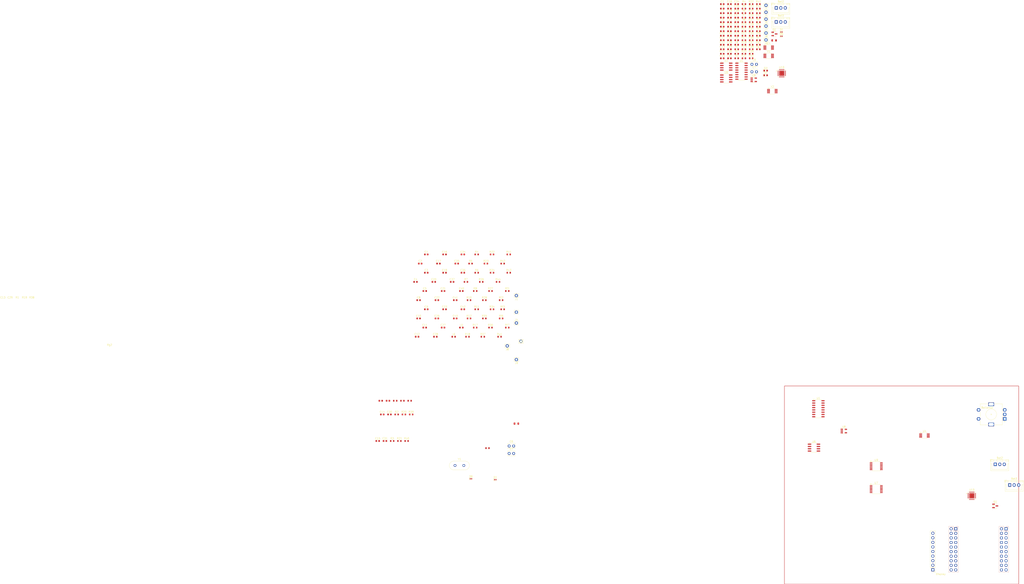
<source format=kicad_pcb>
(kicad_pcb (version 20241229) (generator "pcbnew") (generator_version "9.0")
  (layers (0 "F.Cu" signal) (2 "B.Cu" signal) (13 "F.Paste" user) (15 "B.Paste" user) (5 "F.SilkS" user "F.Silkscreen") (7 "B.SilkS" user "B.Silkscreen") (1 "F.Mask" user) (3 "B.Mask" user) (25 "Edge.Cuts" user))
  (net 0 "")
  (net 1 "Net-(Rf6-Pad2)")
  (net 2 "/VRev2.5")
  (net 3 "Net-(U9-VINR)")
  (net 4 "Net-(U6-LOut)")
  (net 5 "Net-(D6-K)")
  (net 6 "GND")
  (net 7 "+3.3V")
  (net 8 "Net-(U4-XA)")
  (net 9 "Net-(U4-XB)")
  (net 10 "/SCL")
  (net 11 "/SDA")
  (net 12 "Net-(U4-CLK2)")
  (net 13 "Net-(U4-CLK1)")
  (net 14 "Net-(U4-CLK0)")
  (net 15 "Net-(C37-Pad1)")
  (net 16 "Net-(U2A-+)")
  (net 17 "+3.3Vfiltered")
  (net 18 "Net-(U3-D33)")
  (net 19 "Net-(U1-S0)")
  (net 20 "Net-(U2A--)")
  (net 21 "Net-(U1-1B3)")
  (net 22 "Net-(U10-VBATM)")
  (net 23 "Net-(Bat2-Pin_2)")
  (net 24 "Net-(C16-Pad1)")
  (net 25 "Net-(J4-Pin_1)")
  (net 26 "Net-(C36-Pad1)")
  (net 27 "Net-(U10-DM)")
  (net 28 "Net-(U10-DP)")
  (net 30 "Net-(U10-NTC)")
  (net 31 "Net-(U10-BAT_STAT)")
  (net 32 "Net-(U10-LED)")
  (net 34 "Net-(U10-GND)")
  (net 35 "Net-(U10-VIN_OVSET)")
  (net 37 "Net-(U10-ISET)")
  (net 38 "Net-(U10-EN)")
  (net 39 "Net-(U10-BST)")
  (net 40 "Net-(U10-LX-Pad15)")
  (net 41 "Net-(C35-Pad1)")
  (net 42 "+5V")
  (net 43 "+5Vfiltered")
  (net 44 "Net-(U9-LRCK)")
  (net 45 "/I2S1_LRCK")
  (net 46 "Net-(U6-RCLK)")
  (net 47 "Net-(D3-A)")
  (net 48 "Net-(Q1-B)")
  (net 49 "Net-(Q1-C)")
  (net 50 "Net-(R27-Pad2)")
  (net 51 "Net-(R28-Pad2)")
  (net 52 "Net-(Rf7-Pad2)")
  (net 53 "Net-(U1-1B2)")
  (net 54 "Net-(J2-CC2)")
  (net 55 "Net-(J9-Pin_1)")
  (net 56 "3.3V")
  (net 57 "SCK")
  (net 58 "MOSI")
  (net 59 "RST")
  (net 60 "DC")
  (net 61 "CS")
  (net 62 "CS-TF")
  (net 63 "OUT")
  (net 64 "Net-(U6-DClk)")
  (net 68 "Net-(D1-K)")
  (net 69 "Earth")
  (net 70 "Net-(U6-AMI)")
  (net 71 "Net-(U9-BCK)")
  (net 72 "/I2S1_BCK")
  (net 73 "Net-(C12-Pad1)")
  (net 74 "Net-(U2B--)")
  (net 75 "Net-(U1-1B4)")
  (net 76 "GPIO06")
  (net 77 "GPIO07")
  (net 78 "GPIO08")
  (net 79 "GPIO15")
  (net 80 "GPIO02")
  (net 81 "5V")
  (net 82 "GPIO00")
  (net 83 "GPIO04")
  (net 84 "GPIO16")
  (net 85 "GPIO12")
  (net 86 "GPIO17")
  (net 87 "GPIO32")
  (net 88 "SDA")
  (net 89 "GPIO25")
  (net 90 "SCL")
  (net 91 "GPIO27")
  (net 92 "GPIO03")
  (net 93 "GPIO01")
  (net 94 "Net-(C42-Pad1)")
  (net 95 "GPIO10")
  (net 96 "GPIO11")
  (net 97 "GPIO09")
  (net 98 "NC")
  (net 99 "GPIO14")
  (net 100 "GPIO34")
  (net 101 "GPIO33")
  (net 102 "GPIO35")
  (net 103 "GPIO39")
  (net 104 "GPIO36")
  (net 105 "Net-(U1-1A)")
  (net 106 "Net-(J2-SHIELD)")
  (net 107 "Net-(J8-Pin_1)")
  (net 108 "Net-(U7-LRCK)")
  (net 109 "/I2S0_LRCK")
  (net 110 "Net-(J7-Pin_1)")
  (net 111 "Net-(U1-S1)")
  (net 112 "Net-(U1-1B1)")
  (net 113 "Net-(U7-SCKI)")
  (net 114 "Net-(U9-DOUT)")
  (net 115 "/I2S1_DOUT")
  (net 116 "Net-(U2B-+)")
  (net 117 "Net-(C15-Pad1)")
  (net 118 "Net-(U7-BCK)")
  (net 119 "/I2S0_BCK")
  (net 120 "Net-(U7-VINR)")
  (net 121 "Net-(D4-A)")
  (net 122 "Net-(U9-VINL)")
  (net 123 "Net-(U6-ROut)")
  (net 124 "Net-(J2-CC1)")
  (net 126 "Net-(U7-VINL)")
  (net 127 "Net-(U7-DOUT)")
  (net 128 "/I2S0_DOUT")
  (footprint "Capacitor_SMD:C_0603_1608Metric" (layer "F.Cu") (at 63.01 -172.48)
    (property "Reference" "C23")
    (property "Value" "100n")
  )
  (footprint "Resistor_SMD:R_0603_1608Metric" (layer "F.Cu") (at -71.305 59.12)
    (property "Reference" "Rg2")
    (property "Value" "604")
  )
  (footprint "Connector_Pin:Pin_D0.9mm_L10.0mm_W2.4mm_FlatFork" (layer "F.Cu") (at -55.26 -16.4)
    (property "Reference" "J4")
    (property "Value" "+5Vfiltered")
  )
  (footprint "Resistor_SMD:R_0603_1608Metric" (layer "F.Cu") (at 79.05 -167.46)
    (property "Reference" "Rf7")
    (property "Value" "604")
  )
  (footprint "Resistor_SMD:R_0603_1608Metric" (layer "F.Cu") (at 71.03 -167.46)
    (property "Reference" "R17")
    (property "Value" "4.7kΩ")
  )
  (footprint "Capacitor_THT:C_Disc_D3.8mm_W2.6mm_P2.50mm" (layer "F.Cu") (at 75.47 -154.09)
    (property "Reference" "C6")
    (property "Value" "1.2n")
  )
  (footprint "Diode_SMD:D_SOD-882D" (layer "F.Cu") (at 91.885 -169.685)
    (property "Reference" "D6")
    (property "Value" "PESD5V0L1ULD")
  )
  (footprint "Resistor_SMD:R_0603_1608Metric" (layer "F.Cu") (at -59.49 -38.32)
    (property "Reference" "R43")
    (property "Value" "75k")
  )
  (footprint "Capacitor_SMD:C_0603_1608Metric" (layer "F.Cu") (at 59 -187.54)
    (property "Reference" "C1")
    (property "Value" "100p")
  )
  (footprint "Inductor_SMD:L_0603_1608Metric" (layer "F.Cu") (at 67.02 -167.46)
    (property "Reference" "L5")
    (property "Value" "Ferrite_perl")
  )
  (footprint "Resistor_SMD:R_0603_1608Metric" (layer "F.Cu") (at 75.04 -187.54)
    (property "Reference" "R22")
    (property "Value" "22")
  )
  (footprint "Diode_SMD:D_SOD-882D" (layer "F.Cu") (at -66.975 76.64)
    (property "Reference" "D1")
    (property "Value" "PESD5V0L1ULD")
  )
  (footprint "Capacitor_SMD:C_0603_1608Metric" (layer "F.Cu") (at 63.01 -159.93)
    (property "Reference" "C30")
    (property "Value" "100n")
  )
  (footprint "Resistor_SMD:R_0603_1608Metric" (layer "F.Cu") (at -69.61 -28.16)
    (property "Reference" "R27")
    (property "Value" "22")
  )
  (footprint "Connector_JST:JST_XH_B3B-XH-A_1x03_P2.50mm_Vertical" (layer "F.Cu") (at 88.98 -177.62)
    (property "Reference" "Bat3")
    (property "Value" "JST-XH")
  )
  (footprint "Capacitor_SMD:C_0603_1608Metric" (layer "F.Cu") (at 63.01 -182.52)
    (property "Reference" "C18")
    (property "Value" "4.7u")
  )
  (footprint "Resistor_SMD:R_0603_1608Metric" (layer "F.Cu") (at 79.05 -185.03)
    (property "Reference" "R42")
    (property "Value" "120K")
  )
  (footprint "Capacitor_SMD:C_0603_1608Metric" (layer "F.Cu") (at 63.01 -167.46)
    (property "Reference" "C27")
    (property "Value" "10u")
  )
  (footprint "Resistor_SMD:R_0603_1608Metric" (layer "F.Cu") (at -63.745 -23.08)
    (property "Reference" "Rf2")
    (property "Value" "47")
  )
  (footprint "Capacitor_SMD:C_0603_1608Metric" (layer "F.Cu") (at -84.965 -38.32)
    (property "Reference" "C36")
    (property "Value" "10u")
  )
  (footprint "Resistor_SMD:R_0603_1608Metric" (layer "F.Cu") (at 79.05 -177.5)
    (property "Reference" "Rf1")
    (property "Value" "33")
  )
  (footprint "Resistor_SMD:R_0603_1608Metric" (layer "F.Cu") (at -60.315 -28.16)
    (property "Reference" "Rf1")
    (property "Value" "33")
  )
  (footprint "Resistor_SMD:R_0603_1608Metric" (layer "F.Cu") (at -60.34 -7.84)
    (property "Reference" "Rf7")
    (property "Value" "604")
  )
  (footprint "Connector_Pin:Pin_D0.9mm_L10.0mm_W2.4mm_FlatFork" (layer "F.Cu") (at -55.26 9.94)
    (property "Reference" "J9")
    (property "Value" "RF_In")
  )
  (footprint "Capacitor_SMD:C_0603_1608Metric" (layer "F.Cu") (at -95.975 -7.84)
    (property "Reference" "C27")
    (property "Value" "10u")
  )
  (footprint "Capacitor_SMD:C_0603_1608Metric" (layer "F.Cu") (at -95.125 -48.48)
    (property "Reference" "C16")
    (property "Value" "4.7u")
  )
  (footprint "Capacitor_SMD:C_0603_1608Metric" (layer "F.Cu") (at 59 -169.97)
    (property "Reference" "C10")
    (property "Value" "2.2u")
  )
  (footprint "Capacitor_SMD:C_0603_1608Metric" (layer "F.Cu") (at 67.02 -172.48)
    (property "Reference" "C42")
    (property "Value" "100n")
  )
  (footprint "Resistor_SMD:R_0603_1608Metric" (layer "F.Cu") (at 79.05 -164.95)
    (property "Reference" "Rg1")
    (property "Value" "604")
  )
  (footprint "Resistor_SMD:R_0603_1608Metric" (layer "F.Cu") (at 71.03 -169.97)
    (property "Reference" "R12")
    (property "Value" "1k")
  )
  (footprint "Package_DFN_QFN:QFN-24-1EP_4x4mm_P0.5mm_EP2.7x2.7mm" (layer "F.Cu") (at 197.49 85.5625)
    (property "Reference" "U10")
    (property "Value" "IP2326")
  )
  (footprint "Package_SO:MSOP-10_3x3mm_P0.5mm" (layer "F.Cu") (at 84.76 -163.365)
    (property "Reference" "U4")
    (property "Value" "Si5351A-B-GT")
  )
  (footprint "Resistor_SMD:R_0603_1608Metric" (layer "F.Cu") (at 79.05 -172.48)
    (property "Reference" "Rf3")
    (property "Value" "47")
  )
  (footprint "Connector_Pin:Pin_D0.9mm_L10.0mm_W2.4mm_FlatFork" (layer "F.Cu") (at -55.26 -10.38)
    (property "Reference" "J5")
    (property "Value" "+5V")
  )
  (footprint "Capacitor_SMD:C_0603_1608Metric" (layer "F.Cu") (at -100.23 -2.76)
    (property "Reference" "C28")
    (property "Value" "100n")
  )
  (footprint "Capacitor_SMD:C_0603_1608Metric" (layer "F.Cu") (at -109.54 -12.92)
    (property "Reference" "C10")
    (property "Value" "2.2u")
  )
  (footprint "Resistor_SMD:R_0603_1608Metric" (layer "F.Cu") (at -78.145 -7.84)
    (property "Reference" "R17")
    (property "Value" "4.7kΩ")
  )
  (footprint "Resistor_SMD:R_0603_1608Metric" (layer "F.Cu") (at -117.69 40.42)
    (property "Reference" "R20")
    (property "Value" "1k")
  )
  (footprint "Capacitor_SMD:C_0603_1608Metric" (layer "F.Cu") (at 63.01 -174.99)
    (property "Reference" "C22")
    (property "Value" "22p")
  )
  (footprint "Resistor_SMD:R_0603_1608Metric" (layer "F.Cu") (at -74.755 -33.24)
    (property "Reference" "R26")
    (property "Value" "100k")
  )
  (footprint "Connector_Pin:Pin_D0.9mm_L10.0mm_W2.4mm_FlatFork" (layer "F.Cu") (at 83.28 -175.32)
    (property "Reference" "J7")
    (property "Value" "+3.3Vfiltered")
  )
  (footprint "Capacitor_SMD:C_0603_1608Metric" (layer "F.Cu") (at -126.535 32.8)
    (property "Reference" "C29")
    (property "Value" "10u")
  )
  (footprint "Capacitor_SMD:C_0603_1608Metric" (layer "F.Cu") (at 67.02 -185.03)
    (property "Reference" "C35")
    (property "Value" "100n")
  )
  (footprint "Resistor_SMD:R_0603_1608Metric" (layer "F.Cu") (at -72.175 -43.4)
    (property "Reference" "R23")
    (property "Value" "22")
  )
  (footprint "Resistor_SMD:R_0603_1608Metric" (layer "F.Cu") (at 75.04 -167.46)
    (property "Reference" "R36")
    (property "Value" "5.1K")
  )
  (footprint "Resistor_SMD:R_0603_1608Metric" (layer "F.Cu") (at 75.04 -169.97)
    (property "Reference" "R35")
    (property "Value" "5.1K")
  )
  (footprint "MountingHole:MountingHole_2.2mm_M2_DIN965" (layer "F.Cu") (at 219.06 131.86 180)
    (property "Reference" "M2" (hide yes))
    (property "Value" "")
  )
  (footprint "Resistor_SMD:R_0603_1608Metric" (layer "F.Cu") (at -63.745 -12.92)
    (property "Reference" "Rf6")
    (property "Value" "604")
  )
  (footprint "Capacitor_SMD:C_0603_1608Metric" (layer "F.Cu") (at 63.01 -187.54)
    (property "Reference" "C16")
    (property "Value" "4.7u")
  )
  (footprint "Capacitor_SMD:C_0603_1608Metric" (layer "F.Cu") (at 63.01 -162.44)
    (property "Reference" "C29")
    (property "Value" "10u")
  )
  (footprint "Package_SO:SO-16_3.9x9.9mm_P1.27mm" (layer "F.Cu") (at 112.345 37.245)
    (property "Reference" "U1")
    (property "Value" "CBT3253")
  )
  (footprint "Resistor_SMD:R_0603_1608Metric" (layer "F.Cu") (at -83.265 -33.24)
    (property "Reference" "R7")
    (property "Value" "4.7kΩ")
  )
  (footprint "Package_SO:MSOP-10_3x3mm_P0.5mm" (layer "F.Cu") (at 84.76 -158.76)
    (property "Reference" "Y1")
    (property "Value" "25MHz")
  )
  (footprint "Resistor_SMD:R_0603_1608Metric" (layer "F.Cu") (at -77.295 -38.32)
    (property "Reference" "R6")
    (property "Value" "10K")
  )
  (footprint "Package_TO_SOT_SMD:SOT-23" (layer "F.Cu") (at 210.5025 91.22)
    (property "Reference" "Q1")
    (property "Value" "BC847")
  )
  (footprint "Inductor_SMD:L_0603_1608Metric" (layer "F.Cu") (at 67.02 -164.95)
    (property "Reference" "L6")
    (property "Value" "Ferrite_perl")
  )
  (footprint "Resistor_SMD:R_0603_1608Metric" (layer "F.Cu") (at 75.04 -157.42)
    (property "Reference" "R40")
    (property "Value" "100")
  )
  (footprint "PCM_JLCPCB:L_0805" (layer "F.Cu") (at -55.26 45.5)
    (property "Reference" "L4" (hide yes))
    (property "Value" "1uH,50mA")
  )
  (footprint "Resistor_SMD:R_0603_1608Metric" (layer "F.Cu") (at 75.04 -185.03)
    (property "Reference" "R23")
    (property "Value" "22")
  )
  (footprint "Capacitor_SMD:C_0603_1608Metric" (layer "F.Cu") (at -84.965 -18)
    (property "Reference" "C42")
    (property "Value" "100n")
  )
  (footprint "Resistor_SMD:R_0603_1608Metric" (layer "F.Cu") (at -124.21 55.15)
    (property "Reference" "R3")
    (property "Value" "47k")
  )
  (footprint "Resistor_SMD:R_0603_1608Metric" (layer "F.Cu") (at -121.7 40.42)
    (property "Reference" "R2")
    (property "Value" "22")
  )
  (footprint "Resistor_SMD:R_0603_1608Metric" (layer "F.Cu") (at -113.68 40.42)
    (property "Reference" "R39")
    (property "Value" "100")
  )
  (footprint "Resistor_SMD:R_0603_1608Metric" (layer "F.Cu") (at 71.03 -174.99)
    (property "Reference" "R10")
    (property "Value" "1k")
  )
  (footprint "Capacitor_SMD:C_0603_1608Metric" (layer "F.Cu") (at 67.02 -180.01)
    (property "Reference" "C37")
    (property "Value" "10u")
  )
  (footprint "Connector_JST:JST_XH_B3B-XH-A_1x03_P2.50mm_Vertical" (layer "F.Cu") (at 218.52 79.62)
    (property "Reference" "Bat3")
    (property "Value" "JST-XH")
  )
  (footprint "Capacitor_SMD:C_0603_1608Metric" (layer "F.Cu") (at -125.71 40.42)
    (property "Reference" "C30")
    (property "Value" "100n")
  )
  (footprint "Package_TO_SOT_SMD:SOT-23-5" (layer "F.Cu") (at 126.4825 49.63)
    (property "Reference" "U8")
    (property "Value" "LM4040-2.5")
  )
  (footprint "Capacitor_SMD:C_0603_1608Metric" (layer "F.Cu") (at -110.39 -2.76)
    (property "Reference" "C12")
    (property "Value" "100n")
  )
  (footprint "Resistor_SMD:R_0603_1608Metric" (layer "F.Cu") (at 71.03 -182.52)
    (property "Reference" "R6")
    (property "Value" "10K")
  )
  (footprint "Capacitor_SMD:C_0603_1608Metric" (layer "F.Cu") (at -84.965 -48.48)
    (property "Reference" "C34")
    (property "Value" "10u")
  )
  (footprint "Capacitor_SMD:C_0603_1608Metric" (layer "F.Cu") (at 59 -185.03)
    (property "Reference" "C2")
    (property "Value" "220n")
  )
  (footprint "Resistor_SMD:R_0603_1608Metric" (layer "F.Cu") (at 75.04 -159.93)
    (property "Reference" "R39")
    (property "Value" "100")
  )
  (footprint "Capacitor_SMD:C_0603_1608Metric" (layer "F.Cu") (at -99.38 -12.92)
    (property "Reference" "C26")
    (property "Value" "100n")
  )
  (footprint "Capacitor_SMD:C_0603_1608Metric" (layer "F.Cu") (at 63.01 -169.97)
    (property "Reference" "C26")
    (property "Value" "100n")
  )
  (footprint "Connector_Pin:Pin_D0.9mm_L10.0mm_W2.4mm_FlatFork" (layer "F.Cu") (at -55.26 -25.62)
    (property "Reference" "J1")
    (property "Value" "RF_GMD")
  )
  (footprint "Capacitor_SMD:C_0603_1608Metric" (layer "F.Cu") (at -128.22 55.15)
    (property "Reference" "C31")
    (property "Value" "100n")
  )
  (footprint "Capacitor_SMD:C_0603_1608Metric" (layer "F.Cu") (at -99.38 -23.08)
    (property "Reference" "C22")
    (property "Value" "22p")
  )
  (footprint "Capacitor_SMD:C_0603_1608Metric" (layer "F.Cu") (at 59 -174.99)
    (property "Reference" "C8")
    (property "Value" "270p")
  )
  (footprint "Capacitor_SMD:C_0603_1608Metric" (layer "F.Cu") (at 63.01 -164.95)
    (property "Reference" "C28")
    (property "Value" "100n")
  )
  (footprint "Resistor_SMD:R_0603_1608Metric" (layer "F.Cu") (at -59.49 -48.48)
    (property "Reference" "R41")
    (property "Value" "120K")
  )
  (footprint "Capacitor_SMD:C_0603_1608Metric" (layer "F.Cu") (at -109.54 -23.08)
    (property "Reference" "C8")
    (property "Value" "270p")
  )
  (footprint "Connector_Pin:Pin_D0.9mm_L10.0mm_W2.4mm_FlatFork" (layer "F.Cu") (at 83.28 -171.47)
    (property "Reference" "J8")
    (property "Value" "RF_In")
  )
  (footprint "Crystal:Crystal_HC49-U_Vertical" (layer "F.Cu") (at -89.325 68.75)
    (property "Reference" "Y1")
    (property "Value" "25MHz")
  )
  (footprint "Resistor_SMD:R_0603_1608Metric" (layer "F.Cu") (at -73.04 -23.08)
    (property "Reference" "R28")
    (property "Value" "22")
  )
  (footprint "Capacitor_SMD:C_0603_1608Metric" (layer "F.Cu") (at 67.02 -169.97)
    (property "Reference" "C43")
    (property "Value" "100n")
  )
  (footprint "Capacitor_THT:C_Disc_D3.8mm_W2.6mm_P2.50mm" (layer "F.Cu") (at 75.47 -149.94)
    (property "Reference" "C7")
    (property "Value" "1.2n")
  )
  (footprint "Resistor_SMD:R_0603_1608Metric" (layer "F.Cu") (at -68.785 -48.48)
    (property "Reference" "R22")
    (property "Value" "22")
  )
  (footprint "Capacitor_SMD:C_0603_1608Metric" (layer "F.Cu") (at -89.22 -23.08)
    (property "Reference" "C41")
    (property "Value" "2.2u")
  )
  (footprint "Capacitor_SMD:C_0603_1608Metric" (layer "F.Cu") (at -129.72 40.42)
    (property "Reference" "C14")
    (property "Value" "2..20p")
  )
  (footprint "Capacitor_SMD:C_0603_1608Metric" (layer "F.Cu") (at -106.11 -28.16)
    (property "Reference" "C5")
    (property "Value" "220n")
  )
  (footprint "Capacitor_SMD:C_0603_1608Metric" (layer "F.Cu") (at 67.02 -177.5)
    (property "Reference" "C40")
    (property "Value" "100p")
  )
  (footprint "Inductor_SMD:L_0603_1608Metric" (layer "F.Cu") (at -85.815 -7.84)
    (property "Reference" "L5")
    (property "Value" "Ferrite_perl")
  )
  (footprint "Resistor_SMD:R_0603_1608Metric" (layer "F.Cu") (at 71.03 -164.95)
    (property "Reference" "R18")
    (property "Value" "47k")
  )
  (footprint "Capacitor_SMD:C_0603_1608Metric" (layer "F.Cu") (at 59 -182.52)
    (property "Reference" "C3")
    (property "Value" "220n")
  )
  (footprint "Package_TO_SOT_SMD:SOT-23" (layer "F.Cu") (at 87.96 -170.97)
    (property "Reference" "Q1")
    (property "Value" "BC847")
  )
  (footprint "Inductor_SMD:L_0603_1608Metric" (layer "F.Cu") (at -90.07 -2.76)
    (property "Reference" "L6")
    (property "Value" "Ferrite_perl")
  )
  (footprint "MountingHole:MountingHole_2.2mm_M2_DIN965" (layer "F.Cu") (at 97.14 27.72 180)
    (property "Reference" "M2" (hide yes))
    (property "Value" "")
  )
  (footprint "Resistor_SMD:R_0603_1608Metric" (layer "F.Cu") (at -81.55 -23.08)
    (property "Reference" "R10")
    (property "Value" "1k")
  )
  (footprint "Diode_SMD:D_SOD-882D" (layer "F.Cu") (at 91.885 -172.025)
    (property "Reference" "D1")
    (property "Value" "PESD5V0L1ULD")
  )
  (footprint "Resistor_SMD:R_0603_1608Metric" (layer "F.Cu") (at -120.2 55.15)
    (property "Reference" "R21")
    (property "Value" "22")
  )
  (footprint "Resistor_SMD:R_0603_1608Metric" (layer "F.Cu") (at -114.505 32.8)
    (property "Reference" "R38")
    (property "Value" "100")
  )
  (footprint "Capacitor_SMD:C_0603_1608Metric" (layer "F.Cu") (at -85.79 -28.16)
    (property "Reference" "C40")
    (property "Value" "100p")
  )
  (footprint "MountingHole:MountingHole_2.2mm_M2_DIN965" (layer "F.Cu") (at 175.88 101.253 180)
    (property "Reference" "M2" (hide yes))
    (property "Value" "")
  )
  (footprint "Connector_Pin:Pin_D0.9mm_L10.0mm_W2.4mm_FlatFork" (layer "F.Cu") (at 83.28 -183.02)
    (property "Reference" "J4")
    (property "Value" "+5Vfiltered")
  )
  (footprint "Capacitor_SMD:C_0603_1608Metric" (layer "F.Cu") (at 63.01 -157.42)
    (property "Reference" "C31")
    (property "Value" "100n")
  )
  (footprint "Resistor_SMD:R_0603_1608Metric" (layer "F.Cu") (at 71.03 -180.01)
    (property "Reference" "R7")
    (property "Value" "4.7kΩ")
  )
  (footprint "Resistor_SMD:R_0603_1608Metric" (layer "F.Cu") (at -77.295 -18)
    (property "Reference" "R11")
    (property "Value" "1k")
  )
  (footprint "Connector_JST:JST_XH_B3B-XH-A_1x03_P2.50mm_Vertical" (layer "F.Cu") (at 210.52 68.12)
    (property "Reference" "Bat2")
    (property "Value" "JST-XH")
  )
  (footprint "Resistor_SMD:R_0603_1608Metric" (layer "F.Cu") (at 67.02 -157.42)
    (property "Reference" "R3")
    (property "Value" "47k")
  )
  (footprint "Capacitor_SMD:C_0603_1608Metric" (layer "F.Cu") (at -90.935 -33.24)
    (property "Reference" "C37")
    (property "Value" "10u")
  )
  (footprint "Capacitor_SMD:C_0603_1608Metric" (layer "F.Cu") (at 63.01 -185.03)
    (property "Reference" "C17")
    (property "Value" "4.7u")
  )
  (footprint "Capacitor_SMD:C_0603_1608Metric" (layer "F.Cu") (at -106.135 -7.84)
    (property "Reference" "C11")
    (property "Value" "100n")
  )
  (footprint "Resistor_SMD:R_0603_1608Metric" (layer "F.Cu") (at -118.515 32.8)
    (property "Reference" "R19")
    (property "Value" "47k")
  )
  (footprint "Connector_PinHeader_2.54mm:PinHeader_1x09_P2.54mm_Vertical" (layer "F.Cu") (at 175.88 126.7165 180)
    (property "Reference" "Display")
    (property "Value" "")
  )
  (footprint "Rotary_Encoder:RotaryEncoder_Alps_EC11E-Switch_Vertical_H20mm" (layer "F.Cu") (at 215.77 42.88 180)
    (property "Reference" "REF**" (hide yes))
    (property "Value" "RotaryEncoder_Alps_EC11E-Switch_Vertical_H20mm" (hide yes))
  )
  (footprint "Capacitor_SMD:C_0603_1608Metric" (layer "F.Cu") (at -101.095 -33.24)
    (property "Reference" "C20")
    (property "Value" "10u")
  )
  (footprint "Resistor_SMD:R_0603_1608Metric" (layer "F.Cu") (at -78.12 -28.16)
    (property "Reference" "R8")
    (property "Value" "1k")
  )
  (footprint "Diode_SMD:D_SOD-882D" (layer "F.Cu") (at -80.475 76.14)
    (property "Reference" "D6")
    (property "Value" "PESD5V0L1ULD")
  )
  (footprint "Capacitor_SMD:C_0603_1608Metric" (layer "F.Cu") (at 67.02 -187.54)
    (property "Reference" "C34")
    (property "Value" "10u")
  )
  (footprint "Resistor_SMD:R_0603_1608Metric" (layer "F.Cu") (at -77.295 -48.48)
    (property "Reference" "R4")
    (property "Value" "47k")
  )
  (footprint "Connector_Pin:Pin_D0.9mm_L10.0mm_W2.4mm_FlatFork" (layer "F.Cu") (at 83.28 -167.62)
    (property "Reference" "J9")
    (property "Value" "RF_In")
  )
  (footprint "Connector_Pin:Pin_D0.9mm_L10.0mm_W2.4mm_FlatFork" (layer "F.Cu") (at -52.72 -0.22)
    (property "Reference" "J7")
    (property "Value" "+3.3Vfiltered")
  )
  (footprint "Capacitor_SMD:C_0603_1608Metric" (layer "F.Cu") (at 59 -172.48)
    (property "Reference" "C9")
    (property "Value" "4.7n")
  )
  (footprint "Resistor_SMD:R_0603_1608Metric" (layer "F.Cu") (at 75.04 -174.99)
    (property "Reference" "R28")
    (property "Value" "22")
  )
  (footprint "Resistor_SMD:R_0603_1608Metric" (layer "F.Cu") (at -62.88 -18)
    (property "Reference" "Rf3")
    (property "Value" "47")
  )
  (footprint "Resistor_SMD:R_0603_1608Metric" (layer "F.Cu") (at 79.05 -180.01)
    (property "Reference" "R44")
    (property "Value" "5.1K")
  )
  (footprint "Resistor_SMD:R_0603_1608Metric" (layer "F.Cu") (at 75.04 -180.01)
    (property "Reference" "R26")
    (property "Value" "100k")
  )
  (footprint "LED_SMD:LED_0603_1608Metric" (layer "F.Cu") (at 83.1 -148)
    (property "Reference" "D4")
    (property "Value" "LED_Small")
  )
  (footprint "Resistor_SMD:R_0603_1608Metric" (layer "F.Cu") (at -122.525 32.8)
    (property "Reference" "R1")
    (property "Value" "22")
  )
  (footprint "Capacitor_THT:C_Disc_D3.8mm_W2.6mm_P2.50mm" (layer "F.Cu") (at -59.275 57.94)
    (property "Reference" "C6")
    (property "Value" "1.2n")
  )
  (footprint "Capacitor_SMD:C_0603_1608Metric" (layer "F.Cu") (at -111.255 -33.24)
    (property "Reference" "C4")
    (property "Value" "220n")
  )
  (footprint "Resistor_SMD:R_0603_1608Metric" (layer "F.Cu") (at 71.03 -162.44)
    (property "Reference" "R19")
    (property "Value" "47k")
  )
  (footprint "Resistor_SMD:R_0603_1608Metric" (layer "F.Cu") (at -116.19 55.15)
    (property "Reference" "R40")
    (property "Value" "100")
  )
  (footprint "Capacitor_SMD:C_0603_1608Metric" (layer "F.Cu") (at -130.545 32.8)
    (property "Reference" "C13")
    (property "Value" "2..20p")
  )
  (footprint "Resistor_SMD:R_0603_1608Metric" (layer "F.Cu") (at 67.02 -162.44)
    (property "Reference" "R1")
    (property "Value" "22")
  )
  (footprint "Resistor_SMD:R_0603_1608Metric" (layer "F.Cu") (at 75.04 -172.48)
    (property "Reference" "R34")
    (property "Value" "1M")
  )
  (footprint "Resistor_SMD:R_0603_1608Metric" (layer "F.Cu") (at 79.05 -162.44)
    (property "Reference" "Rg2")
    (property "Value" "604")
  )
  (footprint "MountingHole:MountingHole_2.2mm_M2_DIN965" (layer "F.Cu") (at 219.06 27.72 180)
    (property "Reference" "M2" (hide yes))
    (property "Value" "")
  )
  (footprint "Resistor_SMD:R_0603_1608Metric" (layer "F.Cu") (at 71.03 -187.54)
    (property "Reference" "R4")
    (property "Value" "47k")
  )
  (footprint "Capacitor_SMD:C_0603_1608Metric" (layer "F.Cu") (at 59 -162.44)
    (property "Reference" "C13")
    (property "Value" "2..20p")
  )
  (footprint "Capacitor_SMD:C_0603_1608Metric" (layer "F.Cu") (at 59 -167.46)
    (property "Reference" "C11")
    (property "Value" "100n")
  )
  (footprint "Capacitor_SMD:C_0603_1608Metric" (layer "F.Cu") (at 59 -164.95)
    (property "Reference" "C12")
    (property "Value" "100n")
  )
  (footprint "Package_SO:SOIC-8_3.9x4.9mm_P1.27mm" (layer "F.Cu") (at 61.22 -152.805)
    (property "Reference" "U2")
    (property "Value" "LM4562")
  )
  (footprint "Resistor_SMD:R_0603_1608Metric" (layer "F.Cu") (at -65.46 -33.24)
    (property "Reference" "R44")
    (property "Value" "5.1K")
  )
  (footprint "Resistor_SMD:R_0603_1608Metric" (layer "F.Cu") (at 79.05 -169.97)
    (property "Reference" "Rf6")
    (property "Value" "604")
  )
  (footprint "Capacitor_SMD:C_0603_1608Metric" (layer "F.Cu") (at 59 -180.01)
    (property "Reference" "C4")
    (property "Value" "220n")
  )
  (footprint "Capacitor_SMD:C_0603_1608Metric" (layer "F.Cu") (at -108.675 -43.4)
    (property "Reference" "C2")
    (property "Value" "220n")
  )
  (footprint "Resistor_SMD:R_0603_1608Metric" (layer "F.Cu") (at 75.04 -182.52)
    (property "Reference" "R24")
    (property "Value" "22")
  )
  (footprint "Capacitor_SMD:C_0603_1608Metric" (layer "F.Cu") (at -105.285 -38.32)
    (property "Reference" "C3")
    (property "Value" "220n")
  )
  (footprint "Package_SO:MSOP-10_3x3mm_P0.5mm" (layer "F.Cu") (at 171.2275 52.12)
    (property "Reference" "U4")
    (property "Value" "Si5351A-B-GT")
  )
  (footprint "Package_SO:TSSOP-14_4.4x5mm_P0.65mm" (layer "F.Cu") (at 144.4575 81.87)
    (property "Reference" "U7")
    (property "Value" "PCM1808PWR")
  )
  (footprint "MountingHole:MountingHole_2.2mm_M2_DIN965" (layer "F.Cu") (at 175.88 131.86 180)
    (property "Reference" "M2" (hide yes))
    (property "Value" "")
  )
  (footprint "Capacitor_SMD:C_0603_1608Metric" (layer "F.Cu") (at -95.125 -38.32)
    (property "Reference" "C18")
    (property "Value" "4.7u")
  )
  (footprint "Resistor_SMD:R_0603_1608Metric" (layer "F.Cu") (at -62.88 -43.4)
    (property "Reference" "R42")
    (property "Value" "120K")
  )
  (footprint "Resistor_SMD:R_0603_1608Metric" (layer "F.Cu") (at 71.03 -172.48)
    (property "Reference" "R11")
    (property "Value" "1k")
  )
  (footprint "Capacitor_SMD:C_0603_1608Metric" (layer "F.Cu") (at -98.515 -43.4)
    (property "Reference" "C17")
    (property "Value" "4.7u")
  )
  (footprint "Resistor_SMD:R_0603_1608Metric" (layer "F.Cu") (at 67.02 -159.93)
    (property "Reference" "R2")
    (property "Value" "22")
  )
  (footprint "Package_SO:TSSOP-14_4.4x5mm_P0.65mm" (layer "F.Cu") (at 144.4575 69.17)
    (property "Reference" "U9")
    (property "Value" "PCM1808PWR")
  )
  (footprint "Resistor_SMD:R_0603_1608Metric" (layer "F.Cu") (at -73.89 -2.76)
    (property "Reference" "R37")
    (property "Value" "33k")
  )
  (footprint "Resistor_SMD:R_0603_1608Metric" (layer "F.Cu") (at 71.03 -185.03)
    (property "Reference" "R5")
    (property "Value" "10k")
  )
  (footprint "Capacitor_SMD:C_0603_1608Metric" (layer "F.Cu") (at -88.355 -43.4)
    (property "Reference" "C35")
    (property "Value" "100n")
  )
  (footprint "Resistor_SMD:R_0603_1608Metric" (layer "F.Cu") (at -82.4 -2.76)
    (property "Reference" "R18")
    (property "Value" "47k")
  )
  (footprint "Resistor_SMD:R_0603_1608Metric" (layer "F.Cu") (at 71.03 -157.42)
    (property "Reference" "R21")
    (property "Value" "22")
  )
  (footprint "Capacitor_SMD:C_0603_1608Metric" (layer "F.Cu") (at 59 -177.5)
    (property "Reference" "C5")
    (property "Value" "220n")
  )
  (footprint "Connector_JST:JST_XH_B3B-XH-A_1x03_P2.50mm_Vertical" (layer "F.Cu") (at 88.98 -185.42)
    (property "Reference" "Bat2")
    (property "Value" "JST-XH")
  )
  (footprint "Resistor_SMD:R_0603_1608Metric" (layer "F.Cu") (at -69.635 -7.84)
    (property "Reference" "R36")
    (property "Value" "5.1K")
  )
  (footprint "Capacitor_SMD:C_0603_1608Metric" (layer "F.Cu") (at 67.02 -182.52)
    (property "Reference" "C36")
    (property "Value" "10u")
  )
  (footprint "Resistor_SMD:R_0603_1608Metric" (layer "F.Cu") (at 71.03 -177.5)
    (property "Reference" "R8")
    (property "Value" "1k")
  )
  (footprint "Resistor_SMD:R_0603_1608Metric" (layer "F.Cu") (at 71.03 -159.93)
    (property "Reference" "R20")
    (property "Value" "1k")
  )
  (footprint "Package_SO:SOIC-8_3.9x4.9mm_P1.27mm" (layer "F.Cu") (at 61.22 -146.22)
    (property "Reference" "U6")
    (property "Value" "Si4732-A10")
  )
  (footprint "Capacitor_THT:C_Disc_D3.8mm_W2.6mm_P2.50mm" (layer "F.Cu") (at -59.275 62.09)
    (property "Reference" "C7")
    (property "Value" "1.2n")
  )
  (footprint "Capacitor_SMD:C_0603_1608Metric" (layer "F.Cu") (at 59 -159.93)
    (property "Reference" "C14")
    (property "Value" "2..20p")
  )
  (footprint "Package_DFN_QFN:QFN-24-1EP_4x4mm_P0.5mm_EP2.7x2.7mm" (layer "F.Cu") (at 91.995 -149.11)
    (property "Reference" "U10")
    (property "Value" "IP2326")
  )
  (footprint "Connector_Pin:Pin_D0.9mm_L10.0mm_W2.4mm_FlatFork" (layer "F.Cu") (at 83.28 -179.17)
    (property "Reference" "J5")
    (property "Value" "+5V")
  )
  (footprint "Capacitor_SMD:C_0603_1608Metric" (layer "F.Cu") (at -95.95 -28.16)
    (property "Reference" "C21")
    (property "Value" "22p")
  )
  (footprint "MountingHole:MountingHole_2.2mm_M2_DIN965" (layer "F.Cu") (at 97.14 131.86 180)
    (property "Reference" "M2" (hide yes))
    (property "Value" "")
  )
  (footprint "Resistor_SMD:R_0603_1608Metric" (layer "F.Cu") (at -80.685 -43.4)
    (property "Reference" "R5")
    (property "Value" "10k")
  )
  (footprint "Capacitor_SMD:C_0603_1608Metric" (layer "F.Cu") (at 67.02 -174.99)
    (property "Reference" "C41")
    (property "Value" "2.2u")
  )
  (footprint "PCM_JLCPCB:L_0805" (layer "F.Cu") (at 87.78 -167.37)
    (property "Reference" "L4" (hide yes))
    (property "Value" "1uH,50mA")
  )
  (footprint "Resistor_SMD:R_0603_1608Metric" (layer "F.Cu") (at 79.05 -187.54)
    (property "Reference" "R41")
    (property "Value" "120K")
  )
  (footprint "Capacitor_SMD:C_0603_1608Metric" (layer "F.Cu") (at -105.285 -48.48)
    (property "Reference" "C1")
    (property "Value" "100p")
  )
  (footprint "Package_TO_SOT_SMD:SOT-23-5" (layer "F.Cu") (at 76.47 -145.465)
    (property "Reference" "U8")
    (property "Value" "LM4040-2.5")
  )
  (footprint "Capacitor_SMD:C_0603_1608Metric" (layer "F.Cu") (at -105.285 -18)
    (property "Reference" "C9")
    (property "Value" "4.7n")
  )
  (footprint "Capacitor_SMD:C_0603_1608Metric" (layer "F.Cu") (at -132.23 55.15)
    (property "Reference" "C15")
    (property "Value" "4.7u")
  )
  (footprint "Package_SO:SO-16_3.9x9.9mm_P1.27mm" (layer "F.Cu") (at 69.67 -150.265)
    (property "Reference" "U1")
    (property "Value" "CBT3253")
  )
  (footprint "Resistor_SMD:R_0603_1608Metric" (layer "F.Cu") (at 75.04 -177.5)
    (property "Reference" "R27")
    (property "Value" "22")
  )
  (footprint "Resistor_SMD:R_0603_1608Metric" (layer "F.Cu") (at -81.55 -12.92)
    (property "Reference" "R12")
    (property "Value" "1k")
  )
  (footprint "Capacitor_SMD:C_0603_1608Metric" (layer "F.Cu") (at 63.01 -180.01)
    (property "Reference" "C20")
    (property "Value" "10u")
  )
  (footprint "Capacitor_SMD:C_0603_1608Metric" (layer "F.Cu") (at 63.01 -177.5)
    (property "Reference" "C21")
    (property "Value" "22p")
  )
  (footprint "Capacitor_SMD:C_0603_1608Metric" (layer "F.Cu") (at 59 -157.42)
    (property "Reference" "C15")
    (property "Value" "4.7u")
  )
  (footprint "Connector_Pin:Pin_D0.9mm_L10.0mm_W2.4mm_FlatFork" (layer "F.Cu") (at 83.28 -186.87)
    (property "Reference" "J1")
    (property "Value" "RF_GMD")
  )
  (footprint "Resistor_SMD:R_0603_1608Metric" (layer "F.Cu") (at -68.785 -18)
    (property "Reference" "R34")
    (property "Value" "1M")
  )
  (footprint "Package_SO:SOIC-8_3.9x4.9mm_P1.27mm" (layer "F.Cu") (at 109.905 58.835)
    (property "Reference" "U6")
    (property "Value" "Si4732-A10")
  )
  (footprint "Capacitor_SMD:C_0603_1608Metric" (layer "F.Cu") (at -95.125 -18)
    (property "Reference" "C23")
    (property "Value" "100n")
  )
  (footprint "Resistor_SMD:R_0603_1608Metric" (layer "F.Cu") (at -73.04 -12.92)
    (property "Reference" "R35")
    (property "Value" "5.1K")
  )
  (footprint "Resistor_SMD:R_0603_1608Metric" (layer "F.Cu") (at 75.04 -164.95)
    (property "Reference" "R37")
    (property "Value" "33k")
  )
  (footprint "Capacitor_SMD:C_0603_1608Metric" (layer "F.Cu") (at -89.22 -12.92)
    (property "Reference" "C43")
    (property "Value" "100n")
  )
  (footprint "Resistor_SMD:R_0603_1608Metric" (layer "F.Cu") (at 79.05 -174.99)
    (property "Reference" "Rf2")
    (property "Value" "47")
  )
  (footprint "Resistor_SMD:R_0603_1608Metric" (layer "F.Cu") (at -68.785 -38.32)
    (property "Reference" "R24")
    (property "Value" "22")
  )
  (footprint "Package_SO:MSOP-10_3x3mm_P0.5mm" (layer "F.Cu") (at 86.7875 -139.2)
    (property "Reference" "Y2")
    (property "Value" "32768kHz")
  )
  (footprint "Resistor_SMD:R_0603_1608Metric" (layer "F.Cu") (at 75.04 -162.44)
    (property "Reference" "R38")
    (property "Value" "100")
  )
  (footprint "Resistor_SMD:R_0603_1608Metric" (layer "F.Cu") (at -64.595 -2.76)
    (property "Reference" "Rg1")
    (property "Value" "604")
  )
  (footprint "Resistor_SMD:R_0603_1608Metric" (layer "F.Cu") (at 79.05 -182.52)
    (property "Reference" "R43")
    (property "Value" "75k")
  )
  (footprint "Connector_Pin:Pin_D0.9mm_L10.0mm_W2.4mm_FlatFork" (layer "F.Cu") (at -60.34 2.32)
    (property "Reference" "J8")
    (property "Value" "RF_In")
  )
  (footprint "LED_SMD:LED_0603_1608Metric" (layer "F.Cu") (at 83.1 -150.59)
    (property "Reference" "D3")
    (property "Value" "LED_Small")
  )
  (footprint "Connector_PinHeader_2.54mm:PinHeader_2x10_P2.54mm_Vertical" (layer "B.Cu") (at 188.58 103.92 180)
    (property "Reference" "REF**" (hide yes))
    (property "Value" "HDGCPH2.54‑PZS‑2X10" (hide yes))
  )
  (footprint "Connector_PinHeader_2.54mm:PinHeader_2x10_P2.54mm_Vertical" (layer "B.Cu") (at 216.52 103.92 180)
    (property "Reference" "REF**" (hide yes))
    (property "Value" "HDGCPH2.54‑PZS‑2X10" (hide yes))
  )
  (gr_rect (start 93.52 24.62) (end 223.52 134.62) (stroke (width 0.2)) (fill no) (layer "F.Cu") (net 42))
)
</source>
